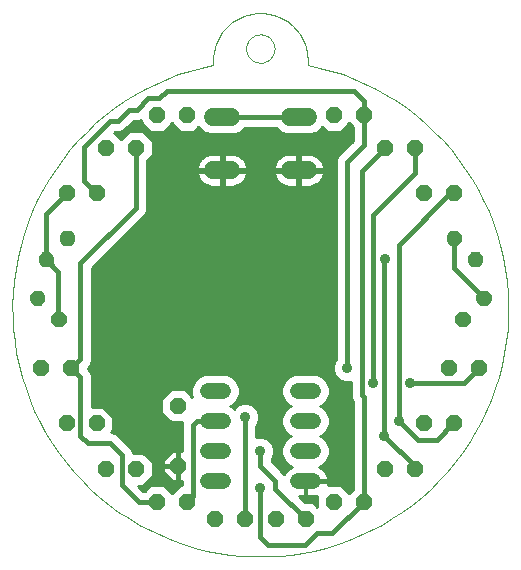
<source format=gbl>
G75*
G70*
%OFA0B0*%
%FSLAX24Y24*%
%IPPOS*%
%LPD*%
%AMOC8*
5,1,8,0,0,1.08239X$1,22.5*
%
%ADD10C,0.0000*%
%ADD11OC8,0.0520*%
%ADD12C,0.0104*%
%ADD13C,0.0520*%
%ADD14C,0.0600*%
%ADD15C,0.0160*%
%ADD16C,0.0357*%
%ADD17C,0.0100*%
D10*
X008826Y018518D02*
X008432Y018431D01*
X008043Y018326D01*
X007660Y018201D01*
X007283Y018059D01*
X006913Y017897D01*
X006552Y017719D01*
X006200Y017522D01*
X005858Y017309D01*
X005527Y017079D01*
X005207Y016834D01*
X004900Y016573D01*
X004605Y016298D01*
X004325Y016008D01*
X004059Y015705D01*
X003808Y015390D01*
X003572Y015063D01*
X003353Y014724D01*
X003151Y014376D01*
X002966Y014018D01*
X002798Y013651D01*
X002649Y013276D01*
X002518Y012895D01*
X002406Y012508D01*
X002313Y012116D01*
X002239Y011720D01*
X002184Y011320D01*
X002149Y010919D01*
X002134Y010516D01*
X002138Y010113D01*
X002162Y009710D01*
X002205Y009310D01*
X002268Y008911D01*
X002351Y008517D01*
X002452Y008127D01*
X002572Y007742D01*
X002711Y007364D01*
X002868Y006992D01*
X003043Y006629D01*
X003236Y006275D01*
X003446Y005931D01*
X003672Y005597D01*
X003914Y005275D01*
X004171Y004965D01*
X004444Y004668D01*
X004730Y004384D01*
X005030Y004115D01*
X005343Y003860D01*
X005668Y003622D01*
X006004Y003399D01*
X006351Y003193D01*
X006707Y003004D01*
X007072Y002833D01*
X007444Y002680D01*
X007824Y002545D01*
X008210Y002429D01*
X008601Y002331D01*
X008997Y002253D01*
X009396Y002194D01*
X009797Y002155D01*
X010199Y002135D01*
X010603Y002135D01*
X011005Y002155D01*
X011406Y002194D01*
X011805Y002253D01*
X012201Y002331D01*
X012592Y002429D01*
X012978Y002545D01*
X013358Y002680D01*
X013730Y002833D01*
X014095Y003004D01*
X014451Y003193D01*
X014798Y003399D01*
X015134Y003622D01*
X015459Y003860D01*
X015772Y004115D01*
X016072Y004384D01*
X016358Y004668D01*
X016631Y004965D01*
X016888Y005275D01*
X017130Y005597D01*
X017356Y005931D01*
X017566Y006275D01*
X017759Y006629D01*
X017934Y006992D01*
X018091Y007364D01*
X018230Y007742D01*
X018350Y008127D01*
X018451Y008517D01*
X018534Y008911D01*
X018597Y009310D01*
X018640Y009710D01*
X018664Y010113D01*
X018668Y010516D01*
X018653Y010919D01*
X018618Y011320D01*
X018563Y011720D01*
X018489Y012116D01*
X018396Y012508D01*
X018284Y012895D01*
X018153Y013276D01*
X018004Y013651D01*
X017836Y014018D01*
X017651Y014376D01*
X017449Y014724D01*
X017230Y015063D01*
X016994Y015390D01*
X016743Y015705D01*
X016477Y016008D01*
X016197Y016298D01*
X015902Y016573D01*
X015595Y016834D01*
X015275Y017079D01*
X014944Y017309D01*
X014602Y017522D01*
X014250Y017719D01*
X013889Y017897D01*
X013519Y018059D01*
X013142Y018201D01*
X012759Y018326D01*
X012370Y018431D01*
X011976Y018518D01*
X011976Y018669D01*
X011974Y018746D01*
X011968Y018823D01*
X011959Y018900D01*
X011946Y018976D01*
X011929Y019052D01*
X011908Y019126D01*
X011884Y019200D01*
X011856Y019272D01*
X011825Y019342D01*
X011790Y019411D01*
X011752Y019479D01*
X011711Y019544D01*
X011666Y019607D01*
X011618Y019668D01*
X011568Y019727D01*
X011515Y019783D01*
X011459Y019836D01*
X011400Y019886D01*
X011339Y019934D01*
X011276Y019979D01*
X011211Y020020D01*
X011143Y020058D01*
X011074Y020093D01*
X011004Y020124D01*
X010932Y020152D01*
X010858Y020176D01*
X010784Y020197D01*
X010708Y020214D01*
X010632Y020227D01*
X010555Y020236D01*
X010478Y020242D01*
X010401Y020244D01*
X009929Y019063D02*
X009931Y019106D01*
X009937Y019148D01*
X009947Y019190D01*
X009960Y019231D01*
X009977Y019271D01*
X009998Y019308D01*
X010022Y019344D01*
X010049Y019377D01*
X010079Y019408D01*
X010112Y019436D01*
X010147Y019461D01*
X010184Y019482D01*
X010223Y019500D01*
X010263Y019514D01*
X010305Y019525D01*
X010347Y019532D01*
X010390Y019535D01*
X010433Y019534D01*
X010476Y019529D01*
X010518Y019520D01*
X010559Y019508D01*
X010599Y019492D01*
X010637Y019472D01*
X010673Y019449D01*
X010707Y019422D01*
X010739Y019393D01*
X010767Y019361D01*
X010793Y019326D01*
X010815Y019290D01*
X010834Y019251D01*
X010849Y019211D01*
X010861Y019170D01*
X010869Y019127D01*
X010873Y019084D01*
X010873Y019042D01*
X010869Y018999D01*
X010861Y018956D01*
X010849Y018915D01*
X010834Y018875D01*
X010815Y018836D01*
X010793Y018800D01*
X010767Y018765D01*
X010739Y018733D01*
X010707Y018704D01*
X010673Y018677D01*
X010637Y018654D01*
X010599Y018634D01*
X010559Y018618D01*
X010518Y018606D01*
X010476Y018597D01*
X010433Y018592D01*
X010390Y018591D01*
X010347Y018594D01*
X010305Y018601D01*
X010263Y018612D01*
X010223Y018626D01*
X010184Y018644D01*
X010147Y018665D01*
X010112Y018690D01*
X010079Y018718D01*
X010049Y018749D01*
X010022Y018782D01*
X009998Y018818D01*
X009977Y018855D01*
X009960Y018895D01*
X009947Y018936D01*
X009937Y018978D01*
X009931Y019020D01*
X009929Y019063D01*
X008826Y018669D02*
X008828Y018746D01*
X008834Y018823D01*
X008843Y018900D01*
X008856Y018976D01*
X008873Y019052D01*
X008894Y019126D01*
X008918Y019200D01*
X008946Y019272D01*
X008977Y019342D01*
X009012Y019411D01*
X009050Y019479D01*
X009091Y019544D01*
X009136Y019607D01*
X009184Y019668D01*
X009234Y019727D01*
X009287Y019783D01*
X009343Y019836D01*
X009402Y019886D01*
X009463Y019934D01*
X009526Y019979D01*
X009591Y020020D01*
X009659Y020058D01*
X009728Y020093D01*
X009798Y020124D01*
X009870Y020152D01*
X009944Y020176D01*
X010018Y020197D01*
X010094Y020214D01*
X010170Y020227D01*
X010247Y020236D01*
X010324Y020242D01*
X010401Y020244D01*
X008826Y018669D02*
X008826Y018518D01*
D11*
X005261Y005046D03*
X006261Y005046D03*
X006957Y003955D03*
X007957Y003955D03*
X008893Y003387D03*
X009893Y003387D03*
X010910Y003387D03*
X011910Y003387D03*
X012845Y003955D03*
X013845Y003955D03*
X014542Y005046D03*
X015542Y005046D03*
X015863Y006570D03*
X016863Y006570D03*
X016701Y008405D03*
X017701Y008405D03*
X016863Y014233D03*
X015863Y014233D03*
X015542Y015757D03*
X014542Y015757D03*
X013845Y016847D03*
X012845Y016847D03*
X007957Y016847D03*
X006957Y016847D03*
X006261Y015757D03*
X005261Y015757D03*
X004940Y014233D03*
X003940Y014233D03*
X004102Y008405D03*
X003102Y008405D03*
X003940Y006570D03*
X004940Y006570D03*
X007651Y007151D03*
X007651Y005151D03*
D12*
X003634Y010203D02*
X003582Y010255D01*
X003754Y010255D01*
X003875Y010134D01*
X003875Y009962D01*
X003754Y009841D01*
X003582Y009841D01*
X003461Y009962D01*
X003461Y010134D01*
X003582Y010255D01*
X003614Y010177D01*
X003722Y010177D01*
X003797Y010102D01*
X003797Y009994D01*
X003722Y009919D01*
X003614Y009919D01*
X003539Y009994D01*
X003539Y010102D01*
X003614Y010177D01*
X003647Y010099D01*
X003689Y010099D01*
X003719Y010069D01*
X003719Y010027D01*
X003689Y009997D01*
X003647Y009997D01*
X003617Y010027D01*
X003617Y010069D01*
X003647Y010099D01*
X002927Y010910D02*
X002875Y010962D01*
X003047Y010962D01*
X003168Y010841D01*
X003168Y010669D01*
X003047Y010548D01*
X002875Y010548D01*
X002754Y010669D01*
X002754Y010841D01*
X002875Y010962D01*
X002907Y010884D01*
X003015Y010884D01*
X003090Y010809D01*
X003090Y010701D01*
X003015Y010626D01*
X002907Y010626D01*
X002832Y010701D01*
X002832Y010809D01*
X002907Y010884D01*
X002940Y010806D01*
X002982Y010806D01*
X003012Y010776D01*
X003012Y010734D01*
X002982Y010704D01*
X002940Y010704D01*
X002910Y010734D01*
X002910Y010776D01*
X002940Y010806D01*
X003093Y012010D02*
X003041Y011958D01*
X003041Y012130D01*
X003162Y012251D01*
X003334Y012251D01*
X003455Y012130D01*
X003455Y011958D01*
X003334Y011837D01*
X003162Y011837D01*
X003041Y011958D01*
X003119Y011990D01*
X003119Y012098D01*
X003194Y012173D01*
X003302Y012173D01*
X003377Y012098D01*
X003377Y011990D01*
X003302Y011915D01*
X003194Y011915D01*
X003119Y011990D01*
X003197Y012023D01*
X003197Y012065D01*
X003227Y012095D01*
X003269Y012095D01*
X003299Y012065D01*
X003299Y012023D01*
X003269Y011993D01*
X003227Y011993D01*
X003197Y012023D01*
X003800Y012717D02*
X003748Y012665D01*
X003748Y012837D01*
X003869Y012958D01*
X004041Y012958D01*
X004162Y012837D01*
X004162Y012665D01*
X004041Y012544D01*
X003869Y012544D01*
X003748Y012665D01*
X003826Y012697D01*
X003826Y012805D01*
X003901Y012880D01*
X004009Y012880D01*
X004084Y012805D01*
X004084Y012697D01*
X004009Y012622D01*
X003901Y012622D01*
X003826Y012697D01*
X003904Y012730D01*
X003904Y012772D01*
X003934Y012802D01*
X003976Y012802D01*
X004006Y012772D01*
X004006Y012730D01*
X003976Y012700D01*
X003934Y012700D01*
X003904Y012730D01*
X016813Y012906D02*
X016761Y012958D01*
X016933Y012958D01*
X017054Y012837D01*
X017054Y012665D01*
X016933Y012544D01*
X016761Y012544D01*
X016640Y012665D01*
X016640Y012837D01*
X016761Y012958D01*
X016793Y012880D01*
X016901Y012880D01*
X016976Y012805D01*
X016976Y012697D01*
X016901Y012622D01*
X016793Y012622D01*
X016718Y012697D01*
X016718Y012805D01*
X016793Y012880D01*
X016826Y012802D01*
X016868Y012802D01*
X016898Y012772D01*
X016898Y012730D01*
X016868Y012700D01*
X016826Y012700D01*
X016796Y012730D01*
X016796Y012772D01*
X016826Y012802D01*
X017520Y012199D02*
X017468Y012251D01*
X017640Y012251D01*
X017761Y012130D01*
X017761Y011958D01*
X017640Y011837D01*
X017468Y011837D01*
X017347Y011958D01*
X017347Y012130D01*
X017468Y012251D01*
X017500Y012173D01*
X017608Y012173D01*
X017683Y012098D01*
X017683Y011990D01*
X017608Y011915D01*
X017500Y011915D01*
X017425Y011990D01*
X017425Y012098D01*
X017500Y012173D01*
X017533Y012095D01*
X017575Y012095D01*
X017605Y012065D01*
X017605Y012023D01*
X017575Y011993D01*
X017533Y011993D01*
X017503Y012023D01*
X017503Y012065D01*
X017533Y012095D01*
X017686Y010721D02*
X017634Y010669D01*
X017634Y010841D01*
X017755Y010962D01*
X017927Y010962D01*
X018048Y010841D01*
X018048Y010669D01*
X017927Y010548D01*
X017755Y010548D01*
X017634Y010669D01*
X017712Y010701D01*
X017712Y010809D01*
X017787Y010884D01*
X017895Y010884D01*
X017970Y010809D01*
X017970Y010701D01*
X017895Y010626D01*
X017787Y010626D01*
X017712Y010701D01*
X017790Y010734D01*
X017790Y010776D01*
X017820Y010806D01*
X017862Y010806D01*
X017892Y010776D01*
X017892Y010734D01*
X017862Y010704D01*
X017820Y010704D01*
X017790Y010734D01*
X016979Y010014D02*
X016927Y009962D01*
X016927Y010134D01*
X017048Y010255D01*
X017220Y010255D01*
X017341Y010134D01*
X017341Y009962D01*
X017220Y009841D01*
X017048Y009841D01*
X016927Y009962D01*
X017005Y009994D01*
X017005Y010102D01*
X017080Y010177D01*
X017188Y010177D01*
X017263Y010102D01*
X017263Y009994D01*
X017188Y009919D01*
X017080Y009919D01*
X017005Y009994D01*
X017083Y010027D01*
X017083Y010069D01*
X017113Y010099D01*
X017155Y010099D01*
X017185Y010069D01*
X017185Y010027D01*
X017155Y009997D01*
X017113Y009997D01*
X017083Y010027D01*
D13*
X012161Y007651D02*
X011641Y007651D01*
X011641Y006651D02*
X012161Y006651D01*
X012161Y005651D02*
X011641Y005651D01*
X011641Y004651D02*
X012161Y004651D01*
X009161Y004651D02*
X008641Y004651D01*
X008641Y005651D02*
X009161Y005651D01*
X009161Y006651D02*
X008641Y006651D01*
X008641Y007651D02*
X009161Y007651D01*
D14*
X009421Y015011D02*
X008821Y015011D01*
X008821Y016791D02*
X009421Y016791D01*
X011381Y016791D02*
X011981Y016791D01*
X011981Y015011D02*
X011381Y015011D01*
D15*
X011681Y016791D02*
X009121Y016791D01*
X007276Y017651D02*
X007026Y017401D01*
X006651Y017401D01*
X006276Y017026D01*
X006026Y017026D01*
X005651Y016651D01*
X005401Y016651D01*
X004526Y015776D01*
X004526Y014646D01*
X004940Y014233D01*
X003940Y014233D02*
X003248Y013541D01*
X003248Y012044D01*
X003668Y011624D01*
X003668Y010048D01*
X004401Y008704D02*
X004102Y008405D01*
X004401Y008105D01*
X004401Y006151D01*
X004651Y005901D01*
X005401Y005901D01*
X005776Y005526D01*
X005776Y004526D01*
X006347Y003955D01*
X006957Y003955D01*
X007957Y003955D02*
X008151Y004149D01*
X008151Y006526D01*
X008276Y006651D01*
X008901Y006651D01*
X009893Y006768D02*
X009901Y006776D01*
X009893Y006768D02*
X009893Y003387D01*
X010401Y002776D02*
X010651Y002526D01*
X011901Y002526D01*
X012276Y002901D01*
X012791Y002901D01*
X013845Y003955D01*
X013845Y007457D01*
X013776Y007526D01*
X013776Y014991D01*
X014542Y015757D01*
X013845Y015845D02*
X013276Y015276D01*
X013276Y008401D01*
X014151Y007901D02*
X014151Y013526D01*
X015542Y014917D01*
X015542Y015757D01*
X016733Y014233D02*
X015026Y012526D01*
X015026Y006651D01*
X015651Y006026D01*
X016276Y006026D01*
X016820Y006570D01*
X016863Y006570D01*
X017197Y007901D02*
X017701Y008405D01*
X017197Y007901D02*
X015401Y007901D01*
X014526Y006151D02*
X014526Y012026D01*
X014544Y012044D01*
X016847Y011749D02*
X017841Y010755D01*
X016847Y011749D02*
X016847Y012751D01*
X016863Y014233D02*
X016733Y014233D01*
X013845Y015845D02*
X013845Y016847D01*
X013845Y017332D01*
X013526Y017651D01*
X007276Y017651D01*
X006261Y015757D02*
X006261Y013761D01*
X004401Y011901D01*
X004401Y008704D01*
X010401Y005651D02*
X010401Y005151D01*
X010901Y004651D01*
X010901Y004395D01*
X011910Y003387D01*
X010401Y002776D02*
X010401Y004401D01*
X014526Y006151D02*
X015542Y005136D01*
X015542Y005046D01*
D16*
X014526Y006151D03*
X015026Y006651D03*
X015401Y007901D03*
X014151Y007901D03*
X013276Y008401D03*
X012651Y010401D03*
X012651Y011026D03*
X012651Y011651D03*
X014544Y012044D03*
X009901Y006776D03*
X010401Y005651D03*
X010401Y004401D03*
D17*
X010996Y005080D02*
X011364Y005080D01*
X011374Y005087D02*
X011309Y005040D01*
X011252Y004983D01*
X011205Y004919D01*
X011189Y004887D01*
X011111Y004965D01*
X010771Y005304D01*
X010771Y005359D01*
X010798Y005386D01*
X010870Y005558D01*
X010870Y005744D01*
X010798Y005917D01*
X010667Y006048D01*
X010494Y006120D01*
X010308Y006120D01*
X010263Y006101D01*
X010263Y006475D01*
X010298Y006511D01*
X010370Y006683D01*
X010370Y006869D01*
X010298Y007042D01*
X010167Y007173D01*
X009994Y007245D01*
X009808Y007245D01*
X009636Y007173D01*
X009526Y007064D01*
X009473Y007117D01*
X009391Y007151D01*
X009473Y007185D01*
X009627Y007340D01*
X009711Y007542D01*
X009711Y007761D01*
X009627Y007963D01*
X009473Y008117D01*
X009271Y008201D01*
X008532Y008201D01*
X008330Y008117D01*
X008175Y007963D01*
X008091Y007761D01*
X008091Y007542D01*
X008129Y007452D01*
X007879Y007701D01*
X007423Y007701D01*
X007101Y007379D01*
X007101Y006923D01*
X007423Y006601D01*
X007782Y006601D01*
X007781Y006600D01*
X007781Y006453D01*
X007781Y005661D01*
X007681Y005661D01*
X007681Y005181D01*
X007621Y005181D01*
X007621Y005121D01*
X007681Y005121D01*
X007681Y004641D01*
X007781Y004641D01*
X007781Y004505D01*
X007730Y004505D01*
X007457Y004233D01*
X007185Y004505D01*
X006730Y004505D01*
X006550Y004325D01*
X006501Y004325D01*
X006330Y004496D01*
X006488Y004496D01*
X006810Y004818D01*
X006810Y005273D01*
X006488Y005596D01*
X006146Y005596D01*
X006146Y005600D01*
X006090Y005736D01*
X005611Y006215D01*
X005475Y006271D01*
X005419Y006271D01*
X005490Y006342D01*
X005490Y006798D01*
X005167Y007120D01*
X004771Y007120D01*
X004771Y008032D01*
X004771Y008179D01*
X004715Y008315D01*
X004652Y008378D01*
X004652Y008431D01*
X004715Y008495D01*
X004771Y008631D01*
X004771Y008778D01*
X004771Y011748D01*
X006574Y013551D01*
X006630Y013687D01*
X006630Y013834D01*
X006630Y015349D01*
X006810Y015529D01*
X006810Y015985D01*
X006488Y016307D01*
X006033Y016307D01*
X005761Y016035D01*
X005534Y016261D01*
X005554Y016281D01*
X005725Y016281D01*
X005861Y016338D01*
X005965Y016442D01*
X006179Y016656D01*
X006350Y016656D01*
X006407Y016680D01*
X006407Y016620D01*
X006730Y016297D01*
X007185Y016297D01*
X007457Y016570D01*
X007730Y016297D01*
X008185Y016297D01*
X008333Y016445D01*
X008487Y016291D01*
X008704Y016201D01*
X009539Y016201D01*
X009755Y016291D01*
X009886Y016421D01*
X010917Y016421D01*
X011047Y016291D01*
X011264Y016201D01*
X012099Y016201D01*
X012315Y016291D01*
X012470Y016445D01*
X012617Y016297D01*
X013073Y016297D01*
X013345Y016570D01*
X013475Y016440D01*
X013475Y015998D01*
X013067Y015590D01*
X012963Y015486D01*
X012906Y015350D01*
X012906Y008694D01*
X012879Y008667D01*
X012808Y008494D01*
X012808Y008308D01*
X012879Y008136D01*
X013011Y008004D01*
X013183Y007933D01*
X013369Y007933D01*
X013406Y007948D01*
X013406Y007453D01*
X013463Y007317D01*
X013475Y007304D01*
X013475Y004363D01*
X013345Y004233D01*
X013073Y004505D01*
X012650Y004505D01*
X012659Y004532D01*
X012671Y004611D01*
X012671Y004621D01*
X011931Y004621D01*
X011931Y004141D01*
X012201Y004141D01*
X012281Y004154D01*
X012295Y004159D01*
X012295Y003779D01*
X012138Y003937D01*
X011883Y003937D01*
X011678Y004141D01*
X011871Y004141D01*
X011871Y004621D01*
X011931Y004621D01*
X011931Y004681D01*
X012671Y004681D01*
X012671Y004691D01*
X012659Y004771D01*
X012634Y004847D01*
X012597Y004919D01*
X012550Y004983D01*
X012493Y005040D01*
X012429Y005087D01*
X012357Y005124D01*
X012339Y005130D01*
X012473Y005185D01*
X012627Y005340D01*
X012711Y005542D01*
X012711Y005761D01*
X012627Y005963D01*
X012473Y006117D01*
X012391Y006151D01*
X012473Y006185D01*
X012627Y006340D01*
X012711Y006542D01*
X012711Y006761D01*
X012627Y006963D01*
X012473Y007117D01*
X012391Y007151D01*
X012473Y007185D01*
X012627Y007340D01*
X012711Y007542D01*
X012711Y007761D01*
X012627Y007963D01*
X012473Y008117D01*
X012271Y008201D01*
X011532Y008201D01*
X011330Y008117D01*
X011175Y007963D01*
X011091Y007761D01*
X011091Y007542D01*
X011175Y007340D01*
X011330Y007185D01*
X011411Y007151D01*
X011330Y007117D01*
X011175Y006963D01*
X011091Y006761D01*
X011091Y006542D01*
X011175Y006340D01*
X011330Y006185D01*
X011411Y006151D01*
X011330Y006117D01*
X011175Y005963D01*
X011091Y005761D01*
X011091Y005542D01*
X011175Y005340D01*
X011330Y005185D01*
X011463Y005130D01*
X011445Y005124D01*
X011374Y005087D01*
X011345Y005178D02*
X010897Y005178D01*
X010799Y005277D02*
X011238Y005277D01*
X011160Y005376D02*
X010788Y005376D01*
X010835Y005474D02*
X011119Y005474D01*
X011091Y005573D02*
X010870Y005573D01*
X010870Y005671D02*
X011091Y005671D01*
X011095Y005770D02*
X010859Y005770D01*
X010818Y005868D02*
X011136Y005868D01*
X011179Y005967D02*
X010748Y005967D01*
X010626Y006065D02*
X011278Y006065D01*
X011381Y006164D02*
X010263Y006164D01*
X010263Y006262D02*
X011252Y006262D01*
X011166Y006361D02*
X010263Y006361D01*
X010263Y006460D02*
X011125Y006460D01*
X011091Y006558D02*
X010318Y006558D01*
X010359Y006657D02*
X011091Y006657D01*
X011091Y006755D02*
X010370Y006755D01*
X010370Y006854D02*
X011130Y006854D01*
X011171Y006952D02*
X010335Y006952D01*
X010289Y007051D02*
X011263Y007051D01*
X011407Y007149D02*
X010191Y007149D01*
X009612Y007149D02*
X009396Y007149D01*
X009536Y007248D02*
X011267Y007248D01*
X011172Y007346D02*
X009630Y007346D01*
X009671Y007445D02*
X011131Y007445D01*
X011091Y007544D02*
X009711Y007544D01*
X009711Y007642D02*
X011091Y007642D01*
X011091Y007741D02*
X009711Y007741D01*
X009679Y007839D02*
X011124Y007839D01*
X011165Y007938D02*
X009638Y007938D01*
X009554Y008036D02*
X011248Y008036D01*
X011371Y008135D02*
X009431Y008135D01*
X008371Y008135D02*
X004771Y008135D01*
X004771Y008036D02*
X008248Y008036D01*
X008165Y007938D02*
X004771Y007938D01*
X004771Y007839D02*
X008124Y007839D01*
X008091Y007741D02*
X004771Y007741D01*
X004771Y007642D02*
X007364Y007642D01*
X007266Y007544D02*
X004771Y007544D01*
X004771Y007445D02*
X007167Y007445D01*
X007101Y007346D02*
X004771Y007346D01*
X004771Y007248D02*
X007101Y007248D01*
X007101Y007149D02*
X004771Y007149D01*
X005237Y007051D02*
X007101Y007051D01*
X007101Y006952D02*
X005335Y006952D01*
X005434Y006854D02*
X007171Y006854D01*
X007270Y006755D02*
X005490Y006755D01*
X005490Y006657D02*
X007368Y006657D01*
X007781Y006558D02*
X005490Y006558D01*
X005490Y006460D02*
X007781Y006460D01*
X007781Y006361D02*
X005490Y006361D01*
X005496Y006262D02*
X007781Y006262D01*
X007781Y006164D02*
X005662Y006164D01*
X005760Y006065D02*
X007781Y006065D01*
X007781Y005967D02*
X005859Y005967D01*
X005957Y005868D02*
X007781Y005868D01*
X007781Y005770D02*
X006056Y005770D01*
X006117Y005671D02*
X007781Y005671D01*
X007681Y005573D02*
X007621Y005573D01*
X007621Y005661D02*
X007440Y005661D01*
X007141Y005362D01*
X007141Y005181D01*
X007621Y005181D01*
X007621Y005661D01*
X007621Y005474D02*
X007681Y005474D01*
X007681Y005376D02*
X007621Y005376D01*
X007621Y005277D02*
X007681Y005277D01*
X007621Y005178D02*
X006810Y005178D01*
X006810Y005080D02*
X007141Y005080D01*
X007141Y005121D02*
X007141Y004940D01*
X007440Y004641D01*
X007621Y004641D01*
X007621Y005121D01*
X007141Y005121D01*
X007141Y004981D02*
X006810Y004981D01*
X006810Y004883D02*
X007198Y004883D01*
X007297Y004784D02*
X006777Y004784D01*
X006679Y004686D02*
X007396Y004686D01*
X007621Y004686D02*
X007681Y004686D01*
X007681Y004784D02*
X007621Y004784D01*
X007621Y004883D02*
X007681Y004883D01*
X007681Y004981D02*
X007621Y004981D01*
X007621Y005080D02*
X007681Y005080D01*
X007781Y004587D02*
X006580Y004587D01*
X006713Y004489D02*
X006337Y004489D01*
X006436Y004390D02*
X006615Y004390D01*
X007201Y004489D02*
X007713Y004489D01*
X007615Y004390D02*
X007300Y004390D01*
X007399Y004292D02*
X007516Y004292D01*
X007141Y005277D02*
X006807Y005277D01*
X006708Y005376D02*
X007154Y005376D01*
X007253Y005474D02*
X006610Y005474D01*
X006511Y005573D02*
X007351Y005573D01*
X008037Y007544D02*
X008091Y007544D01*
X008091Y007642D02*
X007938Y007642D01*
X011094Y004981D02*
X011251Y004981D01*
X011871Y004587D02*
X011931Y004587D01*
X011931Y004489D02*
X011871Y004489D01*
X011871Y004390D02*
X011931Y004390D01*
X011931Y004292D02*
X011871Y004292D01*
X011871Y004193D02*
X011931Y004193D01*
X011824Y003996D02*
X012295Y003996D01*
X012295Y004094D02*
X011725Y004094D01*
X012177Y003897D02*
X012295Y003897D01*
X012295Y003799D02*
X012275Y003799D01*
X013089Y004489D02*
X013475Y004489D01*
X013475Y004587D02*
X012667Y004587D01*
X012671Y004686D02*
X013475Y004686D01*
X013475Y004784D02*
X012654Y004784D01*
X012616Y004883D02*
X013475Y004883D01*
X013475Y004981D02*
X012552Y004981D01*
X012439Y005080D02*
X013475Y005080D01*
X013475Y005178D02*
X012457Y005178D01*
X012565Y005277D02*
X013475Y005277D01*
X013475Y005376D02*
X012642Y005376D01*
X012683Y005474D02*
X013475Y005474D01*
X013475Y005573D02*
X012711Y005573D01*
X012711Y005671D02*
X013475Y005671D01*
X013475Y005770D02*
X012707Y005770D01*
X012667Y005868D02*
X013475Y005868D01*
X013475Y005967D02*
X012623Y005967D01*
X012525Y006065D02*
X013475Y006065D01*
X013475Y006164D02*
X012422Y006164D01*
X012550Y006262D02*
X013475Y006262D01*
X013475Y006361D02*
X012636Y006361D01*
X012677Y006460D02*
X013475Y006460D01*
X013475Y006558D02*
X012711Y006558D01*
X012711Y006657D02*
X013475Y006657D01*
X013475Y006755D02*
X012711Y006755D01*
X012673Y006854D02*
X013475Y006854D01*
X013475Y006952D02*
X012632Y006952D01*
X012539Y007051D02*
X013475Y007051D01*
X013475Y007149D02*
X012396Y007149D01*
X012536Y007248D02*
X013475Y007248D01*
X013450Y007346D02*
X012630Y007346D01*
X012671Y007445D02*
X013409Y007445D01*
X013406Y007544D02*
X012711Y007544D01*
X012711Y007642D02*
X013406Y007642D01*
X013406Y007741D02*
X012711Y007741D01*
X012679Y007839D02*
X013406Y007839D01*
X013406Y007938D02*
X013381Y007938D01*
X013171Y007938D02*
X012638Y007938D01*
X012554Y008036D02*
X012979Y008036D01*
X012880Y008135D02*
X012431Y008135D01*
X012839Y008233D02*
X004749Y008233D01*
X004698Y008332D02*
X012808Y008332D01*
X012808Y008430D02*
X004652Y008430D01*
X004729Y008529D02*
X012822Y008529D01*
X012863Y008627D02*
X004770Y008627D01*
X004771Y008726D02*
X012906Y008726D01*
X012906Y008825D02*
X004771Y008825D01*
X004771Y008923D02*
X012906Y008923D01*
X012906Y009022D02*
X004771Y009022D01*
X004771Y009120D02*
X012906Y009120D01*
X012906Y009219D02*
X004771Y009219D01*
X004771Y009317D02*
X012906Y009317D01*
X012906Y009416D02*
X004771Y009416D01*
X004771Y009514D02*
X012906Y009514D01*
X012906Y009613D02*
X004771Y009613D01*
X004771Y009711D02*
X012906Y009711D01*
X012906Y009810D02*
X004771Y009810D01*
X004771Y009909D02*
X012906Y009909D01*
X012906Y010007D02*
X004771Y010007D01*
X004771Y010106D02*
X012906Y010106D01*
X012906Y010204D02*
X004771Y010204D01*
X004771Y010303D02*
X012906Y010303D01*
X012906Y010401D02*
X004771Y010401D01*
X004771Y010500D02*
X012906Y010500D01*
X012906Y010598D02*
X004771Y010598D01*
X004771Y010697D02*
X012906Y010697D01*
X012906Y010795D02*
X004771Y010795D01*
X004771Y010894D02*
X012906Y010894D01*
X012906Y010993D02*
X004771Y010993D01*
X004771Y011091D02*
X012906Y011091D01*
X012906Y011190D02*
X004771Y011190D01*
X004771Y011288D02*
X012906Y011288D01*
X012906Y011387D02*
X004771Y011387D01*
X004771Y011485D02*
X012906Y011485D01*
X012906Y011584D02*
X004771Y011584D01*
X004771Y011682D02*
X012906Y011682D01*
X012906Y011781D02*
X004804Y011781D01*
X004903Y011879D02*
X012906Y011879D01*
X012906Y011978D02*
X005001Y011978D01*
X005100Y012076D02*
X012906Y012076D01*
X012906Y012175D02*
X005198Y012175D01*
X005297Y012274D02*
X012906Y012274D01*
X012906Y012372D02*
X005395Y012372D01*
X005494Y012471D02*
X012906Y012471D01*
X012906Y012569D02*
X005592Y012569D01*
X005691Y012668D02*
X012906Y012668D01*
X012906Y012766D02*
X005790Y012766D01*
X005888Y012865D02*
X012906Y012865D01*
X012906Y012963D02*
X005987Y012963D01*
X006085Y013062D02*
X012906Y013062D01*
X012906Y013160D02*
X006184Y013160D01*
X006282Y013259D02*
X012906Y013259D01*
X012906Y013358D02*
X006381Y013358D01*
X006479Y013456D02*
X012906Y013456D01*
X012906Y013555D02*
X006576Y013555D01*
X006616Y013653D02*
X012906Y013653D01*
X012906Y013752D02*
X006630Y013752D01*
X006630Y013850D02*
X012906Y013850D01*
X012906Y013949D02*
X006630Y013949D01*
X006630Y014047D02*
X012906Y014047D01*
X012906Y014146D02*
X006630Y014146D01*
X006630Y014244D02*
X012906Y014244D01*
X012906Y014343D02*
X006630Y014343D01*
X006630Y014442D02*
X012906Y014442D01*
X012906Y014540D02*
X012268Y014540D01*
X012269Y014541D02*
X012340Y014592D01*
X012401Y014653D01*
X012452Y014723D01*
X012491Y014800D01*
X012518Y014882D01*
X012530Y014961D01*
X011731Y014961D01*
X011731Y014461D01*
X012025Y014461D01*
X012110Y014475D01*
X012192Y014502D01*
X012269Y014541D01*
X012386Y014639D02*
X012906Y014639D01*
X012906Y014737D02*
X012459Y014737D01*
X012502Y014836D02*
X012906Y014836D01*
X012906Y014934D02*
X012526Y014934D01*
X012530Y015061D02*
X012518Y015140D01*
X012491Y015222D01*
X012452Y015299D01*
X012401Y015370D01*
X012340Y015431D01*
X012269Y015482D01*
X012192Y015521D01*
X012110Y015548D01*
X012025Y015561D01*
X011731Y015561D01*
X011731Y015061D01*
X011631Y015061D01*
X011631Y014961D01*
X011731Y014961D01*
X011731Y015061D01*
X012530Y015061D01*
X012519Y015131D02*
X012906Y015131D01*
X012906Y015033D02*
X011731Y015033D01*
X011731Y015131D02*
X011631Y015131D01*
X011631Y015061D02*
X011631Y015561D01*
X011338Y015561D01*
X011252Y015548D01*
X011170Y015521D01*
X011093Y015482D01*
X011023Y015431D01*
X010962Y015370D01*
X010911Y015299D01*
X010872Y015222D01*
X010845Y015140D01*
X010832Y015061D01*
X011631Y015061D01*
X011631Y015033D02*
X009171Y015033D01*
X009171Y015061D02*
X009970Y015061D01*
X009958Y015140D01*
X009931Y015222D01*
X009892Y015299D01*
X009841Y015370D01*
X009780Y015431D01*
X009709Y015482D01*
X009632Y015521D01*
X009550Y015548D01*
X009465Y015561D01*
X009171Y015561D01*
X009171Y015061D01*
X009071Y015061D01*
X009071Y014961D01*
X009171Y014961D01*
X009171Y014461D01*
X009465Y014461D01*
X009550Y014475D01*
X009632Y014502D01*
X009709Y014541D01*
X009780Y014592D01*
X009841Y014653D01*
X009892Y014723D01*
X009931Y014800D01*
X009958Y014882D01*
X009970Y014961D01*
X009171Y014961D01*
X009171Y015061D01*
X009171Y015131D02*
X009071Y015131D01*
X009071Y015061D02*
X009071Y015561D01*
X008778Y015561D01*
X008692Y015548D01*
X008610Y015521D01*
X008533Y015482D01*
X008463Y015431D01*
X008402Y015370D01*
X008351Y015299D01*
X008312Y015222D01*
X008285Y015140D01*
X008272Y015061D01*
X009071Y015061D01*
X009071Y015033D02*
X006630Y015033D01*
X006630Y015131D02*
X008283Y015131D01*
X008315Y015230D02*
X006630Y015230D01*
X006630Y015328D02*
X008372Y015328D01*
X008459Y015427D02*
X006708Y015427D01*
X006807Y015526D02*
X008624Y015526D01*
X009071Y015526D02*
X009171Y015526D01*
X009171Y015427D02*
X009071Y015427D01*
X009071Y015328D02*
X009171Y015328D01*
X009171Y015230D02*
X009071Y015230D01*
X009071Y014961D02*
X008272Y014961D01*
X008285Y014882D01*
X008312Y014800D01*
X008351Y014723D01*
X008402Y014653D01*
X008463Y014592D01*
X008533Y014541D01*
X008610Y014502D01*
X008692Y014475D01*
X008778Y014461D01*
X009071Y014461D01*
X009071Y014961D01*
X009071Y014934D02*
X009171Y014934D01*
X009171Y014836D02*
X009071Y014836D01*
X009071Y014737D02*
X009171Y014737D01*
X009171Y014639D02*
X009071Y014639D01*
X009071Y014540D02*
X009171Y014540D01*
X009708Y014540D02*
X011095Y014540D01*
X011093Y014541D02*
X011170Y014502D01*
X011252Y014475D01*
X011338Y014461D01*
X011631Y014461D01*
X011631Y014961D01*
X010832Y014961D01*
X010845Y014882D01*
X010872Y014800D01*
X010911Y014723D01*
X010962Y014653D01*
X011023Y014592D01*
X011093Y014541D01*
X010976Y014639D02*
X009826Y014639D01*
X009899Y014737D02*
X010904Y014737D01*
X010860Y014836D02*
X009942Y014836D01*
X009966Y014934D02*
X010837Y014934D01*
X010843Y015131D02*
X009959Y015131D01*
X009927Y015230D02*
X010875Y015230D01*
X010932Y015328D02*
X009871Y015328D01*
X009783Y015427D02*
X011019Y015427D01*
X011184Y015526D02*
X009618Y015526D01*
X009573Y016215D02*
X011230Y016215D01*
X011024Y016314D02*
X009778Y016314D01*
X009877Y016412D02*
X010926Y016412D01*
X011631Y015526D02*
X011731Y015526D01*
X011731Y015427D02*
X011631Y015427D01*
X011631Y015328D02*
X011731Y015328D01*
X011731Y015230D02*
X011631Y015230D01*
X011631Y014934D02*
X011731Y014934D01*
X011731Y014836D02*
X011631Y014836D01*
X011631Y014737D02*
X011731Y014737D01*
X011731Y014639D02*
X011631Y014639D01*
X011631Y014540D02*
X011731Y014540D01*
X012487Y015230D02*
X012906Y015230D01*
X012906Y015328D02*
X012431Y015328D01*
X012343Y015427D02*
X012938Y015427D01*
X013002Y015526D02*
X012178Y015526D01*
X012133Y016215D02*
X013475Y016215D01*
X013475Y016117D02*
X006678Y016117D01*
X006580Y016215D02*
X008670Y016215D01*
X008464Y016314D02*
X008202Y016314D01*
X008300Y016412D02*
X008366Y016412D01*
X007713Y016314D02*
X007202Y016314D01*
X007300Y016412D02*
X007615Y016412D01*
X007516Y016511D02*
X007399Y016511D01*
X006713Y016314D02*
X005804Y016314D01*
X005936Y016412D02*
X006615Y016412D01*
X006516Y016511D02*
X006034Y016511D01*
X006133Y016609D02*
X006418Y016609D01*
X005941Y016215D02*
X005580Y016215D01*
X005678Y016117D02*
X005843Y016117D01*
X006777Y016018D02*
X013475Y016018D01*
X013396Y015920D02*
X006810Y015920D01*
X006810Y015821D02*
X013298Y015821D01*
X013199Y015723D02*
X006810Y015723D01*
X006810Y015624D02*
X013101Y015624D01*
X013089Y016314D02*
X013475Y016314D01*
X013475Y016412D02*
X013188Y016412D01*
X013286Y016511D02*
X013404Y016511D01*
X012601Y016314D02*
X012338Y016314D01*
X012437Y016412D02*
X012502Y016412D01*
X008535Y014540D02*
X006630Y014540D01*
X006630Y014639D02*
X008416Y014639D01*
X008344Y014737D02*
X006630Y014737D01*
X006630Y014836D02*
X008300Y014836D01*
X008277Y014934D02*
X006630Y014934D01*
X013188Y004390D02*
X013475Y004390D01*
X013404Y004292D02*
X013286Y004292D01*
M02*

</source>
